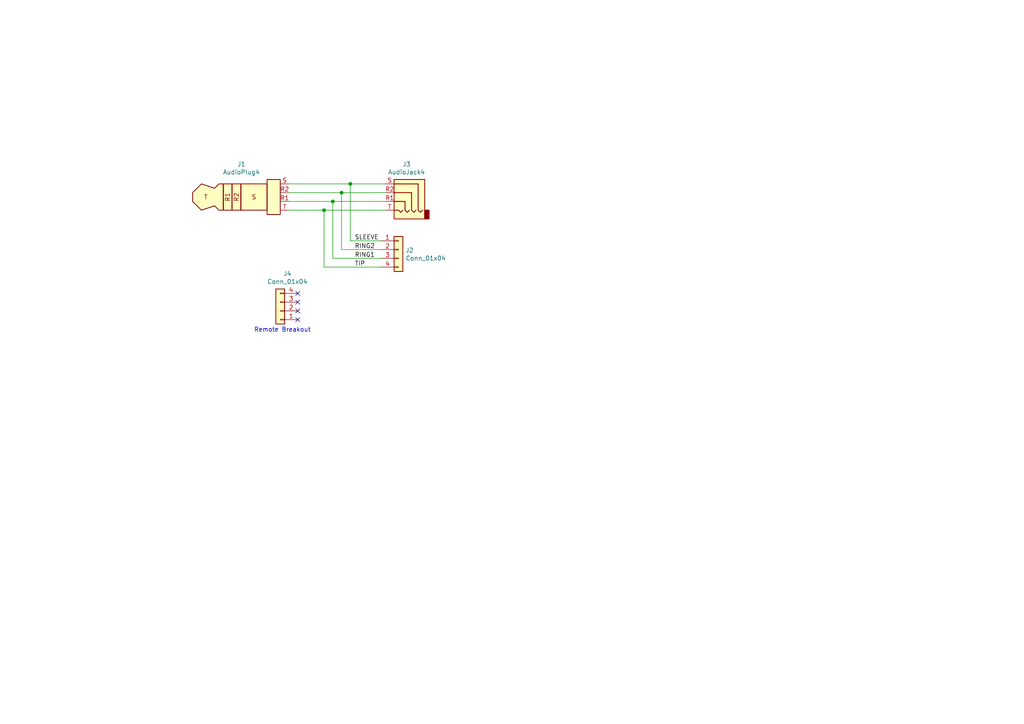
<source format=kicad_sch>
(kicad_sch (version 20230121) (generator eeschema)
  (paper "A4")
  (lib_symbols
    (symbol "Connector_Generic:Conn_01x04" (pin_names (offset 1.016) hide)
      (property "Reference" "J" (at 0 5.08 0))
      (property "Value" "Conn_01x04" (at 0 -7.62 0))
      (symbol "Conn_01x04_1_1"
        (rectangle (start -1.27 -4.953) (end 0 -5.207) (stroke (width 0.1524)))
        (rectangle (start -1.27 -2.413) (end 0 -2.667) (stroke (width 0.1524)))
        (rectangle (start -1.27 0.127) (end 0 -0.127) (stroke (width 0.1524)))
        (rectangle (start -1.27 2.667) (end 0 2.413) (stroke (width 0.1524)))
        (rectangle (start -1.27 3.81) (end 1.27 -6.35) (stroke (width 0.254)) (fill (type background)))
        (pin passive line (at -5.08 2.54 0) (length 3.81) (name "Pin_1") (number "1"))
        (pin passive line (at -5.08 0 0) (length 3.81) (name "Pin_2") (number "2"))
        (pin passive line (at -5.08 -2.54 0) (length 3.81) (name "Pin_3") (number "3"))
        (pin passive line (at -5.08 -5.08 0) (length 3.81) (name "Pin_4") (number "4"))
      )
    )
    (symbol "headphone_breakout_4th_gen-rescue:AudioJack4-Connector"
      (property "Reference" "J" (at 0 8.89 0))
      (property "Value" "Connector_AudioJack4" (at 0 6.35 0))
      (symbol "AudioJack4-Connector_0_1"
        (rectangle (start -6.35 -5.08) (end -7.62 -7.62) (stroke (width 0.254)) (fill (type outline)))
        (polyline (pts (xy 0 -5.08) (xy 0.635 -5.715) (xy 1.27 -5.08) (xy 2.54 -5.08)) (stroke (width 0.254)))
        (polyline (pts (xy -5.715 -5.08) (xy -5.08 -5.715) (xy -4.445 -5.08) (xy -4.445 2.54) (xy 2.54 2.54)) (stroke (width 0.254)))
        (polyline (pts (xy -1.905 -5.08) (xy -1.27 -5.715) (xy -0.635 -5.08) (xy -0.635 -2.54) (xy 2.54 -2.54)) (stroke (width 0.254)))
        (polyline (pts (xy 2.54 0) (xy -2.54 0) (xy -2.54 -5.08) (xy -3.175 -5.715) (xy -3.81 -5.08)) (stroke (width 0.254)))
        (rectangle (start 2.54 3.81) (end -6.35 -7.62) (stroke (width 0.254)) (fill (type background)))
      )
      (symbol "AudioJack4-Connector_1_1"
        (pin passive line (at 5.08 -2.54 180) (length 2.54) (name "~") (number "R1"))
        (pin passive line (at 5.08 0 180) (length 2.54) (name "~") (number "R2"))
        (pin passive line (at 5.08 2.54 180) (length 2.54) (name "~") (number "S"))
        (pin passive line (at 5.08 -5.08 180) (length 2.54) (name "~") (number "T"))
      )
    )
    (symbol "headphone_breakout_4th_gen-rescue:AudioPlug4-Connector"
      (property "Reference" "J" (at 10.16 5.08 0))
      (property "Value" "Connector_AudioPlug4" (at 11.43 -7.62 0))
      (symbol "AudioPlug4-Connector_0_0"
        (text "R1" (at -2.54 -1.27 900) (effects (font (size 1.27 1.27))))
        (text "R2" (at 0 -1.27 900) (effects (font (size 1.27 1.27))))
        (text "S" (at 5.08 -1.27 0) (effects (font (size 1.27 1.27))))
        (text "T" (at -8.89 -1.27 0) (effects (font (size 1.27 1.27))))
      )
      (symbol "AudioPlug4-Connector_0_1"
        (rectangle (start -1.27 2.54) (end -3.81 -5.08) (stroke (width 0.254)) (fill (type background)))
        (polyline (pts (xy -3.81 2.54) (xy -5.08 2.54) (xy -6.35 1.27) (xy -10.16 2.54) (xy -12.7 0) (xy -12.7 -2.54) (xy -10.16 -5.08) (xy -6.35 -3.81) (xy -5.08 -5.08) (xy -3.81 -5.08) (xy -3.81 2.54)) (stroke (width 0.254)) (fill (type background)))
        (rectangle (start 1.27 2.54) (end -1.27 -5.08) (stroke (width 0.254)) (fill (type background)))
        (rectangle (start 1.27 2.54) (end 8.89 -5.08) (stroke (width 0.254)) (fill (type background)))
        (rectangle (start 12.7 3.81) (end 8.89 -6.35) (stroke (width 0.254)) (fill (type background)))
      )
      (symbol "AudioPlug4-Connector_1_1"
        (pin passive line (at 15.24 -2.54 180) (length 2.54) (name "~") (number "R1"))
        (pin passive line (at 15.24 0 180) (length 2.54) (name "~") (number "R2"))
        (pin passive line (at 15.24 2.54 180) (length 2.54) (name "~") (number "S"))
        (pin passive line (at 15.24 -5.08 180) (length 2.54) (name "~") (number "T"))
      )
    )
  )
  (junction (at 99.06 55.88))
  (junction (at 93.98 60.96))
  (junction (at 101.6 53.34))
  (junction (at 96.52 58.42))
  (no_connect (at 86.36 92.71))
  (no_connect (at 86.36 90.17))
  (no_connect (at 86.36 85.09))
  (no_connect (at 86.36 87.63))
  (wire (pts (xy 83.82 55.88) (xy 99.06 55.88)))
  (wire (pts (xy 93.98 77.47) (xy 110.49 77.47)))
  (wire (pts (xy 96.52 74.93) (xy 96.52 58.42)))
  (wire (pts (xy 101.6 53.34) (xy 111.76 53.34)))
  (wire (pts (xy 83.82 53.34) (xy 101.6 53.34)))
  (wire (pts (xy 101.6 69.85) (xy 110.49 69.85)))
  (wire (pts (xy 83.82 58.42) (xy 96.52 58.42)))
  (wire (pts (xy 101.6 69.85) (xy 101.6 53.34)))
  (wire (pts (xy 96.52 58.42) (xy 111.76 58.42)))
  (wire (pts (xy 99.06 55.88) (xy 111.76 55.88)))
  (wire (pts (xy 99.06 72.39) (xy 110.49 72.39)))
  (wire (pts (xy 93.98 60.96) (xy 111.76 60.96)))
  (wire (pts (xy 93.98 77.47) (xy 93.98 60.96)))
  (wire (pts (xy 83.82 60.96) (xy 93.98 60.96)))
  (wire (pts (xy 99.06 72.39) (xy 99.06 55.88)))
  (wire (pts (xy 96.52 74.93) (xy 110.49 74.93)))
  (text "Remote Breakout\n" (at 73.66 96.52 0) (effects (font (size 1.27 1.27)) (justify left bottom)))
  (label "RING2" (at 102.87 72.39 0))
  (label "RING1" (at 102.87 74.93 0))
  (label "SLEEVE" (at 102.87 69.85 0))
  (label "TIP" (at 102.87 77.47 0))
  (symbol (lib_id "headphone_breakout_4th_gen-rescue:AudioPlug4-Connector") (at 68.58 55.88 0) (unit 1)
    (property "Reference" "J1" (at 70.0278 47.625 0))
    (property "Value" "AudioPlug4" (at 70.0278 49.9364 0))
    (property "Footprint" "Gigahawk:54-00035" (effects hide))
  )
  (symbol (lib_id "headphone_breakout_4th_gen-rescue:AudioJack4-Connector") (at 116.84 55.88 0) (mirror y) (unit 1)
    (property "Reference" "J3" (at 117.9322 47.625 0))
    (property "Value" "AudioJack4" (at 117.9322 49.9364 0))
    (property "Footprint" "Gigahawk:54-00174" (effects hide))
  )
  (symbol (lib_id "Connector_Generic:Conn_01x04") (at 115.57 72.39 0) (unit 1)
    (property "Reference" "J2" (at 117.602 72.5932 0) (effects (justify left)))
    (property "Value" "Conn_01x04" (at 117.602 74.9046 0) (effects (justify left)))
    (property "Footprint" "Connector_PinHeader_2.54mm:PinHeader_1x04_P2.54mm_Vertical" (effects hide))
  )
  (symbol (lib_id "Connector_Generic:Conn_01x04") (at 81.28 90.17 180) (unit 1)
    (property "Reference" "J4" (at 83.3628 79.375 0))
    (property "Value" "Conn_01x04" (at 83.3628 81.6864 0))
    (property "Footprint" "Gigahawk:IPOD_4TH_REMOTE_BREAKOUT" (effects hide))
  )
)
</source>
